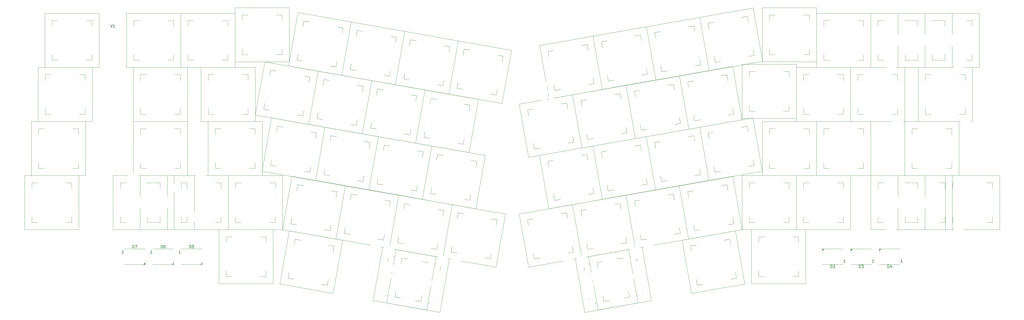
<source format=gbr>
G04 #@! TF.GenerationSoftware,KiCad,Pcbnew,(5.99.0-2612-g32a7d0025-dirty)*
G04 #@! TF.CreationDate,2020-08-10T15:08:21+02:00*
G04 #@! TF.ProjectId,BMEK_Hotswap,424d454b-5f48-46f7-9473-7761702e6b69,1*
G04 #@! TF.SameCoordinates,Original*
G04 #@! TF.FileFunction,Legend,Top*
G04 #@! TF.FilePolarity,Positive*
%FSLAX46Y46*%
G04 Gerber Fmt 4.6, Leading zero omitted, Abs format (unit mm)*
G04 Created by KiCad (PCBNEW (5.99.0-2612-g32a7d0025-dirty)) date 2020-08-10 15:08:21*
%MOMM*%
%LPD*%
G01*
G04 APERTURE LIST*
%ADD10C,0.150000*%
%ADD11C,0.120000*%
%ADD12C,0.100000*%
%ADD13C,1.750000*%
%ADD14C,3.000000*%
%ADD15C,3.987800*%
%ADD16C,4.287800*%
%ADD17C,3.348000*%
%ADD18R,1.500000X1.000000*%
%ADD19C,5.350000*%
%ADD20C,6.500000*%
%ADD21C,9.000000*%
%ADD22C,3.800000*%
%ADD23C,0.650000*%
%ADD24O,1.000000X1.600000*%
%ADD25O,1.000000X2.100000*%
G04 APERTURE END LIST*
D10*
X57721904Y-101092380D02*
X57721904Y-100092380D01*
X57960000Y-100092380D01*
X58102857Y-100140000D01*
X58198095Y-100235238D01*
X58245714Y-100330476D01*
X58293333Y-100520952D01*
X58293333Y-100663809D01*
X58245714Y-100854285D01*
X58198095Y-100949523D01*
X58102857Y-101044761D01*
X57960000Y-101092380D01*
X57721904Y-101092380D01*
X58626666Y-100092380D02*
X59293333Y-100092380D01*
X58864761Y-101092380D01*
X54595714Y-102992380D02*
X54024285Y-102992380D01*
X54310000Y-102992380D02*
X54310000Y-101992380D01*
X54214761Y-102135238D01*
X54119523Y-102230476D01*
X54024285Y-102278095D01*
X302974404Y-108092380D02*
X302974404Y-107092380D01*
X303212500Y-107092380D01*
X303355357Y-107140000D01*
X303450595Y-107235238D01*
X303498214Y-107330476D01*
X303545833Y-107520952D01*
X303545833Y-107663809D01*
X303498214Y-107854285D01*
X303450595Y-107949523D01*
X303355357Y-108044761D01*
X303212500Y-108092380D01*
X302974404Y-108092380D01*
X303926785Y-107187619D02*
X303974404Y-107140000D01*
X304069642Y-107092380D01*
X304307738Y-107092380D01*
X304402976Y-107140000D01*
X304450595Y-107187619D01*
X304498214Y-107282857D01*
X304498214Y-107378095D01*
X304450595Y-107520952D01*
X303879166Y-108092380D01*
X304498214Y-108092380D01*
X308148214Y-106192380D02*
X307576785Y-106192380D01*
X307862500Y-106192380D02*
X307862500Y-105192380D01*
X307767261Y-105335238D01*
X307672023Y-105430476D01*
X307576785Y-105478095D01*
X77721904Y-101092380D02*
X77721904Y-100092380D01*
X77960000Y-100092380D01*
X78102857Y-100140000D01*
X78198095Y-100235238D01*
X78245714Y-100330476D01*
X78293333Y-100520952D01*
X78293333Y-100663809D01*
X78245714Y-100854285D01*
X78198095Y-100949523D01*
X78102857Y-101044761D01*
X77960000Y-101092380D01*
X77721904Y-101092380D01*
X79198095Y-100092380D02*
X78721904Y-100092380D01*
X78674285Y-100568571D01*
X78721904Y-100520952D01*
X78817142Y-100473333D01*
X79055238Y-100473333D01*
X79150476Y-100520952D01*
X79198095Y-100568571D01*
X79245714Y-100663809D01*
X79245714Y-100901904D01*
X79198095Y-100997142D01*
X79150476Y-101044761D01*
X79055238Y-101092380D01*
X78817142Y-101092380D01*
X78721904Y-101044761D01*
X78674285Y-100997142D01*
X74595714Y-102992380D02*
X74024285Y-102992380D01*
X74310000Y-102992380D02*
X74310000Y-101992380D01*
X74214761Y-102135238D01*
X74119523Y-102230476D01*
X74024285Y-102278095D01*
X322974404Y-108092380D02*
X322974404Y-107092380D01*
X323212500Y-107092380D01*
X323355357Y-107140000D01*
X323450595Y-107235238D01*
X323498214Y-107330476D01*
X323545833Y-107520952D01*
X323545833Y-107663809D01*
X323498214Y-107854285D01*
X323450595Y-107949523D01*
X323355357Y-108044761D01*
X323212500Y-108092380D01*
X322974404Y-108092380D01*
X324402976Y-107425714D02*
X324402976Y-108092380D01*
X324164880Y-107044761D02*
X323926785Y-107759047D01*
X324545833Y-107759047D01*
X328148214Y-106192380D02*
X327576785Y-106192380D01*
X327862500Y-106192380D02*
X327862500Y-105192380D01*
X327767261Y-105335238D01*
X327672023Y-105430476D01*
X327576785Y-105478095D01*
X312974404Y-108092380D02*
X312974404Y-107092380D01*
X313212500Y-107092380D01*
X313355357Y-107140000D01*
X313450595Y-107235238D01*
X313498214Y-107330476D01*
X313545833Y-107520952D01*
X313545833Y-107663809D01*
X313498214Y-107854285D01*
X313450595Y-107949523D01*
X313355357Y-108044761D01*
X313212500Y-108092380D01*
X312974404Y-108092380D01*
X313879166Y-107092380D02*
X314498214Y-107092380D01*
X314164880Y-107473333D01*
X314307738Y-107473333D01*
X314402976Y-107520952D01*
X314450595Y-107568571D01*
X314498214Y-107663809D01*
X314498214Y-107901904D01*
X314450595Y-107997142D01*
X314402976Y-108044761D01*
X314307738Y-108092380D01*
X314022023Y-108092380D01*
X313926785Y-108044761D01*
X313879166Y-107997142D01*
X318148214Y-106192380D02*
X317576785Y-106192380D01*
X317862500Y-106192380D02*
X317862500Y-105192380D01*
X317767261Y-105335238D01*
X317672023Y-105430476D01*
X317576785Y-105478095D01*
X49990476Y-22388580D02*
X50323809Y-23388580D01*
X50657142Y-22388580D01*
X51514285Y-23388580D02*
X50942857Y-23388580D01*
X51228571Y-23388580D02*
X51228571Y-22388580D01*
X51133333Y-22531438D01*
X51038095Y-22626676D01*
X50942857Y-22674295D01*
X67721904Y-101092380D02*
X67721904Y-100092380D01*
X67960000Y-100092380D01*
X68102857Y-100140000D01*
X68198095Y-100235238D01*
X68245714Y-100330476D01*
X68293333Y-100520952D01*
X68293333Y-100663809D01*
X68245714Y-100854285D01*
X68198095Y-100949523D01*
X68102857Y-101044761D01*
X67960000Y-101092380D01*
X67721904Y-101092380D01*
X69150476Y-100092380D02*
X68960000Y-100092380D01*
X68864761Y-100140000D01*
X68817142Y-100187619D01*
X68721904Y-100330476D01*
X68674285Y-100520952D01*
X68674285Y-100901904D01*
X68721904Y-100997142D01*
X68769523Y-101044761D01*
X68864761Y-101092380D01*
X69055238Y-101092380D01*
X69150476Y-101044761D01*
X69198095Y-100997142D01*
X69245714Y-100901904D01*
X69245714Y-100663809D01*
X69198095Y-100568571D01*
X69150476Y-100520952D01*
X69055238Y-100473333D01*
X68864761Y-100473333D01*
X68769523Y-100520952D01*
X68721904Y-100568571D01*
X68674285Y-100663809D01*
X64595714Y-102992380D02*
X64024285Y-102992380D01*
X64310000Y-102992380D02*
X64310000Y-101992380D01*
X64214761Y-102135238D01*
X64119523Y-102230476D01*
X64024285Y-102278095D01*
D11*
X171837370Y-64184461D02*
X173838500Y-64537314D01*
X176264365Y-50779549D02*
X175911512Y-52780679D01*
X162506600Y-48353684D02*
X164507730Y-48706537D01*
X173838500Y-64537314D02*
X174191353Y-62536184D01*
X157138257Y-64171794D02*
X160446255Y-45411206D01*
X160433588Y-60110319D02*
X160080735Y-62111449D01*
X179206843Y-48719204D02*
X175898845Y-67479792D01*
X160080735Y-62111449D02*
X162081865Y-62464302D01*
X175898845Y-67479792D02*
X157138257Y-64171794D01*
X162153747Y-50354814D02*
X162506600Y-48353684D01*
X174263235Y-50426696D02*
X176264365Y-50779549D01*
X160446255Y-45411206D02*
X179206843Y-48719204D01*
X34262552Y-92075000D02*
X36294552Y-92075000D01*
X36294552Y-78105000D02*
X36294552Y-80137000D01*
X22324552Y-78105000D02*
X24356552Y-78105000D01*
X36294552Y-92075000D02*
X36294552Y-90043000D01*
X19784552Y-94615000D02*
X19784552Y-75565000D01*
X22324552Y-90043000D02*
X22324552Y-92075000D01*
X38834552Y-75565000D02*
X38834552Y-94615000D01*
X22324552Y-92075000D02*
X24356552Y-92075000D01*
X38834552Y-94615000D02*
X19784552Y-94615000D01*
X22324552Y-80137000D02*
X22324552Y-78105000D01*
X34262552Y-78105000D02*
X36294552Y-78105000D01*
X19784552Y-75565000D02*
X38834552Y-75565000D01*
X236530135Y-78918802D02*
X238531265Y-78565949D01*
X236105400Y-64808184D02*
X236458253Y-66809314D01*
X222347635Y-67234049D02*
X224348765Y-66881196D01*
X238531265Y-78565949D02*
X238178412Y-76564819D01*
X222713155Y-83934292D02*
X219405157Y-65173704D01*
X224420647Y-78990684D02*
X224773500Y-80991814D01*
X238165745Y-61865706D02*
X241473743Y-80626294D01*
X224773500Y-80991814D02*
X226774630Y-80638961D01*
X241473743Y-80626294D02*
X222713155Y-83934292D01*
X222700488Y-69235179D02*
X222347635Y-67234049D01*
X234104270Y-65161037D02*
X236105400Y-64808184D01*
X219405157Y-65173704D02*
X238165745Y-61865706D01*
X164707870Y-43583462D02*
X166709000Y-43936315D01*
X169134865Y-30178550D02*
X168782012Y-32179680D01*
X155377100Y-27752685D02*
X157378230Y-28105538D01*
X166709000Y-43936315D02*
X167061853Y-41935185D01*
X150008757Y-43570795D02*
X153316755Y-24810207D01*
X153304088Y-39509320D02*
X152951235Y-41510450D01*
X172077343Y-28118205D02*
X168769345Y-46878793D01*
X152951235Y-41510450D02*
X154952365Y-41863303D01*
X168769345Y-46878793D02*
X150008757Y-43570795D01*
X155024247Y-29753815D02*
X155377100Y-27752685D01*
X167133735Y-29825697D02*
X169134865Y-30178550D01*
X153316755Y-24810207D02*
X172077343Y-28118205D01*
X210639135Y-64140203D02*
X212640265Y-63787350D01*
X210214400Y-50029585D02*
X210567253Y-52030715D01*
X196456635Y-52455450D02*
X198457765Y-52102597D01*
X212640265Y-63787350D02*
X212287412Y-61786220D01*
X196822155Y-69155693D02*
X193514157Y-50395105D01*
X198529647Y-64212085D02*
X198882500Y-66213215D01*
X212274745Y-47087107D02*
X215582743Y-65847695D01*
X198882500Y-66213215D02*
X200883630Y-65860362D01*
X215582743Y-65847695D02*
X196822155Y-69155693D01*
X196809488Y-54456580D02*
X196456635Y-52455450D01*
X208213270Y-50382438D02*
X210214400Y-50029585D01*
X193514157Y-50395105D02*
X212274745Y-47087107D01*
X229379735Y-99523502D02*
X231380865Y-99170649D01*
X228955000Y-85412884D02*
X229307853Y-87414014D01*
X215197235Y-87838749D02*
X217198365Y-87485896D01*
X231380865Y-99170649D02*
X231028012Y-97169519D01*
X215562755Y-104538992D02*
X212254757Y-85778404D01*
X217270247Y-99595384D02*
X217623100Y-101596514D01*
X231015345Y-82470406D02*
X234323343Y-101230994D01*
X217623100Y-101596514D02*
X219624230Y-101243661D01*
X234323343Y-101230994D02*
X215562755Y-104538992D01*
X215550088Y-89839879D02*
X215197235Y-87838749D01*
X226953870Y-85765737D02*
X228955000Y-85412884D01*
X212254757Y-85778404D02*
X231015345Y-82470406D01*
X124117320Y-113801762D02*
X126118450Y-114154615D01*
X128544315Y-100396850D02*
X128191462Y-102397980D01*
X114786550Y-97970985D02*
X116787680Y-98323838D01*
X126118450Y-114154615D02*
X126471303Y-112153485D01*
X109418207Y-113789095D02*
X112726205Y-95028507D01*
X112713538Y-109727620D02*
X112360685Y-111728750D01*
X131486793Y-98336505D02*
X128178795Y-117097093D01*
X112360685Y-111728750D02*
X114361815Y-112081603D01*
X128178795Y-117097093D02*
X109418207Y-113789095D01*
X114433697Y-99972115D02*
X114786550Y-97970985D01*
X126543185Y-100043997D02*
X128544315Y-100396850D01*
X112726205Y-95028507D02*
X131486793Y-98336505D01*
X143840870Y-97935662D02*
X145842000Y-98288515D01*
X148267865Y-84530750D02*
X147915012Y-86531880D01*
X134510100Y-82104885D02*
X136511230Y-82457738D01*
X145842000Y-98288515D02*
X146194853Y-96287385D01*
X129141757Y-97922995D02*
X132449755Y-79162407D01*
X132437088Y-93861520D02*
X132084235Y-95862650D01*
X151210343Y-82470405D02*
X147902345Y-101230993D01*
X132084235Y-95862650D02*
X134085365Y-96215503D01*
X147902345Y-101230993D02*
X129141757Y-97922995D01*
X134157247Y-84106015D02*
X134510100Y-82104885D01*
X146266735Y-84177897D02*
X148267865Y-84530750D01*
X132449755Y-79162407D02*
X151210343Y-82470405D01*
X293466050Y-32984800D02*
X295498050Y-32984800D01*
X295498050Y-19014800D02*
X295498050Y-21046800D01*
X281528050Y-19014800D02*
X283560050Y-19014800D01*
X295498050Y-32984800D02*
X295498050Y-30952800D01*
X278988050Y-35524800D02*
X278988050Y-16474800D01*
X281528050Y-30952800D02*
X281528050Y-32984800D01*
X298038050Y-16474800D02*
X298038050Y-35524800D01*
X281528050Y-32984800D02*
X283560050Y-32984800D01*
X298038050Y-35524800D02*
X278988050Y-35524800D01*
X281528050Y-21046800D02*
X281528050Y-19014800D01*
X293466050Y-19014800D02*
X295498050Y-19014800D01*
X278988050Y-16474800D02*
X298038050Y-16474800D01*
X350616051Y-34925000D02*
X352648051Y-34925000D01*
X352648051Y-20955000D02*
X352648051Y-22987000D01*
X338678051Y-20955000D02*
X340710051Y-20955000D01*
X352648051Y-34925000D02*
X352648051Y-32893000D01*
X336138051Y-37465000D02*
X336138051Y-18415000D01*
X338678051Y-32893000D02*
X338678051Y-34925000D01*
X355188051Y-18415000D02*
X355188051Y-37465000D01*
X338678051Y-34925000D02*
X340710051Y-34925000D01*
X355188051Y-37465000D02*
X336138051Y-37465000D01*
X338678051Y-22987000D02*
X338678051Y-20955000D01*
X350616051Y-20955000D02*
X352648051Y-20955000D01*
X336138051Y-18415000D02*
X355188051Y-18415000D01*
X331566250Y-92075000D02*
X333598250Y-92075000D01*
X333598250Y-78105000D02*
X333598250Y-80137000D01*
X319628250Y-78105000D02*
X321660250Y-78105000D01*
X333598250Y-92075000D02*
X333598250Y-90043000D01*
X317088250Y-94615000D02*
X317088250Y-75565000D01*
X319628250Y-90043000D02*
X319628250Y-92075000D01*
X336138250Y-75565000D02*
X336138250Y-94615000D01*
X319628250Y-92075000D02*
X321660250Y-92075000D01*
X336138250Y-94615000D02*
X317088250Y-94615000D01*
X319628250Y-80137000D02*
X319628250Y-78105000D01*
X331566250Y-78105000D02*
X333598250Y-78105000D01*
X317088250Y-75565000D02*
X336138250Y-75565000D01*
X267863785Y-112081602D02*
X269864915Y-111728749D01*
X267439050Y-97970984D02*
X267791903Y-99972114D01*
X253681285Y-100396849D02*
X255682415Y-100043996D01*
X269864915Y-111728749D02*
X269512062Y-109727619D01*
X254046805Y-117097092D02*
X250738807Y-98336504D01*
X255754297Y-112153484D02*
X256107150Y-114154614D01*
X269499395Y-95028506D02*
X272807393Y-113789094D01*
X256107150Y-114154614D02*
X258108280Y-113801761D01*
X272807393Y-113789094D02*
X254046805Y-117097092D01*
X254034138Y-102397979D02*
X253681285Y-100396849D01*
X265437920Y-98323837D02*
X267439050Y-97970984D01*
X250738807Y-98336504D02*
X269499395Y-95028506D01*
X125080270Y-94627662D02*
X127081400Y-94980515D01*
X129507265Y-81222750D02*
X129154412Y-83223880D01*
X115749500Y-78796885D02*
X117750630Y-79149738D01*
X127081400Y-94980515D02*
X127434253Y-92979385D01*
X110381157Y-94614995D02*
X113689155Y-75854407D01*
X113676488Y-90553520D02*
X113323635Y-92554650D01*
X132449743Y-79162405D02*
X129141745Y-97922993D01*
X113323635Y-92554650D02*
X115324765Y-92907503D01*
X129141745Y-97922993D02*
X110381157Y-94614995D01*
X115396647Y-80798015D02*
X115749500Y-78796885D01*
X127506135Y-80869897D02*
X129507265Y-81222750D01*
X113689155Y-75854407D02*
X132449743Y-79162405D01*
X236574835Y-40223103D02*
X238575965Y-39870250D01*
X236150100Y-26112485D02*
X236502953Y-28113615D01*
X222392335Y-28538350D02*
X224393465Y-28185497D01*
X238575965Y-39870250D02*
X238223112Y-37869120D01*
X222757855Y-45238593D02*
X219449857Y-26478005D01*
X224465347Y-40294985D02*
X224818200Y-42296115D01*
X238210445Y-23170007D02*
X241518443Y-41930595D01*
X224818200Y-42296115D02*
X226819330Y-41943262D01*
X241518443Y-41930595D02*
X222757855Y-45238593D01*
X222745188Y-30539480D02*
X222392335Y-28538350D01*
X234148970Y-26465338D02*
X236150100Y-26112485D01*
X219449857Y-26478005D02*
X238210445Y-23170007D01*
X312516051Y-34925000D02*
X314548051Y-34925000D01*
X314548051Y-20955000D02*
X314548051Y-22987000D01*
X300578051Y-20955000D02*
X302610051Y-20955000D01*
X314548051Y-34925000D02*
X314548051Y-32893000D01*
X298038051Y-37465000D02*
X298038051Y-18415000D01*
X300578051Y-32893000D02*
X300578051Y-34925000D01*
X317088051Y-18415000D02*
X317088051Y-37465000D01*
X300578051Y-34925000D02*
X302610051Y-34925000D01*
X317088051Y-37465000D02*
X298038051Y-37465000D01*
X300578051Y-22987000D02*
X300578051Y-20955000D01*
X312516051Y-20955000D02*
X314548051Y-20955000D01*
X298038051Y-18415000D02*
X317088051Y-18415000D01*
X286322450Y-92074999D02*
X288354450Y-92074999D01*
X288354450Y-78104999D02*
X288354450Y-80136999D01*
X274384450Y-78104999D02*
X276416450Y-78104999D01*
X288354450Y-92074999D02*
X288354450Y-90042999D01*
X271844450Y-94614999D02*
X271844450Y-75564999D01*
X274384450Y-90042999D02*
X274384450Y-92074999D01*
X290894450Y-75564999D02*
X290894450Y-94614999D01*
X274384450Y-92074999D02*
X276416450Y-92074999D01*
X290894450Y-94614999D02*
X271844450Y-94614999D01*
X274384450Y-80136999D02*
X274384450Y-78104999D01*
X286322450Y-78104999D02*
X288354450Y-78104999D01*
X271844450Y-75564999D02*
X290894450Y-75564999D01*
X255335436Y-36915102D02*
X257336566Y-36562249D01*
X254910701Y-22804484D02*
X255263554Y-24805614D01*
X241152936Y-25230349D02*
X243154066Y-24877496D01*
X257336566Y-36562249D02*
X256983713Y-34561119D01*
X241518456Y-41930592D02*
X238210458Y-23170004D01*
X243225948Y-36986984D02*
X243578801Y-38988114D01*
X256971046Y-19862006D02*
X260279044Y-38622594D01*
X243578801Y-38988114D02*
X245579931Y-38635261D01*
X260279044Y-38622594D02*
X241518456Y-41930592D01*
X241505789Y-27231479D02*
X241152936Y-25230349D01*
X252909571Y-23157337D02*
X254910701Y-22804484D01*
X238210458Y-23170004D02*
X256971046Y-19862006D01*
X217769535Y-82226803D02*
X219770665Y-81873950D01*
X217344800Y-68116185D02*
X217697653Y-70117315D01*
X203587035Y-70542050D02*
X205588165Y-70189197D01*
X219770665Y-81873950D02*
X219417812Y-79872820D01*
X203952555Y-87242293D02*
X200644557Y-68481705D01*
X205660047Y-82298685D02*
X206012900Y-84299815D01*
X219405145Y-65173707D02*
X222713143Y-83934295D01*
X206012900Y-84299815D02*
X208014030Y-83946962D01*
X222713143Y-83934295D02*
X203952555Y-87242293D01*
X203939888Y-72543180D02*
X203587035Y-70542050D01*
X215343670Y-68469038D02*
X217344800Y-68116185D01*
X200644557Y-68481705D02*
X219405145Y-65173707D01*
X312516150Y-73025000D02*
X314548150Y-73025000D01*
X314548150Y-59055000D02*
X314548150Y-61087000D01*
X300578150Y-59055000D02*
X302610150Y-59055000D01*
X314548150Y-73025000D02*
X314548150Y-70993000D01*
X298038150Y-75565000D02*
X298038150Y-56515000D01*
X300578150Y-70993000D02*
X300578150Y-73025000D01*
X317088150Y-56515000D02*
X317088150Y-75565000D01*
X300578150Y-73025000D02*
X302610150Y-73025000D01*
X317088150Y-75565000D02*
X298038150Y-75565000D01*
X300578150Y-61087000D02*
X300578150Y-59055000D01*
X312516150Y-59055000D02*
X314548150Y-59055000D01*
X298038150Y-56515000D02*
X317088150Y-56515000D01*
X210619135Y-102831503D02*
X212620265Y-102478650D01*
X210194400Y-88720885D02*
X210547253Y-90722015D01*
X196436635Y-91146750D02*
X198437765Y-90793897D01*
X212620265Y-102478650D02*
X212267412Y-100477520D01*
X196802155Y-107846993D02*
X193494157Y-89086405D01*
X198509647Y-102903385D02*
X198862500Y-104904515D01*
X212254745Y-85778407D02*
X215562743Y-104538995D01*
X198862500Y-104904515D02*
X200863630Y-104551662D01*
X215562743Y-104538995D02*
X196802155Y-107846993D01*
X196789488Y-93147880D02*
X196436635Y-91146750D01*
X208193270Y-89073738D02*
X210194400Y-88720885D01*
X193494157Y-89086405D02*
X212254745Y-85778407D01*
X286322350Y-52914500D02*
X288354350Y-52914500D01*
X288354350Y-38944500D02*
X288354350Y-40976500D01*
X274384350Y-38944500D02*
X276416350Y-38944500D01*
X288354350Y-52914500D02*
X288354350Y-50882500D01*
X271844350Y-55454500D02*
X271844350Y-36404500D01*
X274384350Y-50882500D02*
X274384350Y-52914500D01*
X290894350Y-36404500D02*
X290894350Y-55454500D01*
X274384350Y-52914500D02*
X276416350Y-52914500D01*
X290894350Y-55454500D02*
X271844350Y-55454500D01*
X274384350Y-40976500D02*
X274384350Y-38944500D01*
X286322350Y-38944500D02*
X288354350Y-38944500D01*
X271844350Y-36404500D02*
X290894350Y-36404500D01*
X343472401Y-73025000D02*
X345504401Y-73025000D01*
X345504401Y-59055000D02*
X345504401Y-61087000D01*
X331534401Y-59055000D02*
X333566401Y-59055000D01*
X345504401Y-73025000D02*
X345504401Y-70993000D01*
X328994401Y-75565000D02*
X328994401Y-56515000D01*
X331534401Y-70993000D02*
X331534401Y-73025000D01*
X348044401Y-56515000D02*
X348044401Y-75565000D01*
X331534401Y-73025000D02*
X333566401Y-73025000D01*
X348044401Y-75565000D02*
X328994401Y-75565000D01*
X331534401Y-61087000D02*
X331534401Y-59055000D01*
X343472401Y-59055000D02*
X345504401Y-59055000D01*
X328994401Y-56515000D02*
X348044401Y-56515000D01*
X305372450Y-92075000D02*
X307404450Y-92075000D01*
X307404450Y-78105000D02*
X307404450Y-80137000D01*
X293434450Y-78105000D02*
X295466450Y-78105000D01*
X307404450Y-92075000D02*
X307404450Y-90043000D01*
X290894450Y-94615000D02*
X290894450Y-75565000D01*
X293434450Y-90043000D02*
X293434450Y-92075000D01*
X309944450Y-75565000D02*
X309944450Y-94615000D01*
X293434450Y-92075000D02*
X295466450Y-92075000D01*
X309944450Y-94615000D02*
X290894450Y-94615000D01*
X293434450Y-80137000D02*
X293434450Y-78105000D01*
X305372450Y-78105000D02*
X307404450Y-78105000D01*
X290894450Y-75565000D02*
X309944450Y-75565000D01*
X289630450Y-111125000D02*
X291662450Y-111125000D01*
X291662450Y-97155000D02*
X291662450Y-99187000D01*
X277692450Y-97155000D02*
X279724450Y-97155000D01*
X291662450Y-111125000D02*
X291662450Y-109093000D01*
X275152450Y-113665000D02*
X275152450Y-94615000D01*
X277692450Y-109093000D02*
X277692450Y-111125000D01*
X294202450Y-94615000D02*
X294202450Y-113665000D01*
X277692450Y-111125000D02*
X279724450Y-111125000D01*
X294202450Y-113665000D02*
X275152450Y-113665000D01*
X277692450Y-99187000D02*
X277692450Y-97155000D01*
X289630450Y-97155000D02*
X291662450Y-97155000D01*
X275152450Y-94615000D02*
X294202450Y-94615000D01*
X229399736Y-60832203D02*
X231400866Y-60479350D01*
X228975001Y-46721585D02*
X229327854Y-48722715D01*
X215217236Y-49147450D02*
X217218366Y-48794597D01*
X231400866Y-60479350D02*
X231048013Y-58478220D01*
X215582756Y-65847693D02*
X212274758Y-47087105D01*
X217290248Y-60904085D02*
X217643101Y-62905215D01*
X231035346Y-43779107D02*
X234343344Y-62539695D01*
X217643101Y-62905215D02*
X219644231Y-62552362D01*
X234343344Y-62539695D02*
X215582756Y-65847693D01*
X215570089Y-51148580D02*
X215217236Y-49147450D01*
X226973871Y-47074438D02*
X228975001Y-46721585D01*
X212274758Y-47087105D02*
X231035346Y-43779107D01*
X96284250Y-53975000D02*
X98316250Y-53975000D01*
X98316250Y-40005000D02*
X98316250Y-42037000D01*
X84346250Y-40005000D02*
X86378250Y-40005000D01*
X98316250Y-53975000D02*
X98316250Y-51943000D01*
X81806250Y-56515000D02*
X81806250Y-37465000D01*
X84346250Y-51943000D02*
X84346250Y-53975000D01*
X100856250Y-37465000D02*
X100856250Y-56515000D01*
X84346250Y-53975000D02*
X86378250Y-53975000D01*
X100856250Y-56515000D02*
X81806250Y-56515000D01*
X84346250Y-42037000D02*
X84346250Y-40005000D01*
X96284250Y-40005000D02*
X98316250Y-40005000D01*
X81806250Y-37465000D02*
X100856250Y-37465000D01*
X266920936Y-54216202D02*
X268922066Y-53863349D01*
X266496201Y-40105584D02*
X266849054Y-42106714D01*
X252738436Y-42531449D02*
X254739566Y-42178596D01*
X268922066Y-53863349D02*
X268569213Y-51862219D01*
X253103956Y-59231692D02*
X249795958Y-40471104D01*
X254811448Y-54288084D02*
X255164301Y-56289214D01*
X268556546Y-37163106D02*
X271864544Y-55923694D01*
X255164301Y-56289214D02*
X257165431Y-55936361D01*
X271864544Y-55923694D02*
X253103956Y-59231692D01*
X253091289Y-44532579D02*
X252738436Y-42531449D01*
X264495071Y-40458437D02*
X266496201Y-40105584D01*
X249795958Y-40471104D02*
X268556546Y-37163106D01*
X274096035Y-33607104D02*
X276097165Y-33254251D01*
X273671300Y-19496486D02*
X274024153Y-21497616D01*
X259913535Y-21922351D02*
X261914665Y-21569498D01*
X276097165Y-33254251D02*
X275744312Y-31253121D01*
X260279055Y-38622594D02*
X256971057Y-19862006D01*
X261986547Y-33678986D02*
X262339400Y-35680116D01*
X275731645Y-16554008D02*
X279039643Y-35314596D01*
X262339400Y-35680116D02*
X264340530Y-35327263D01*
X279039643Y-35314596D02*
X260279055Y-38622594D01*
X260266388Y-23923481D02*
X259913535Y-21922351D01*
X271670170Y-19849339D02*
X273671300Y-19496486D01*
X256971057Y-19862006D02*
X275731645Y-16554008D01*
X74852900Y-92075000D02*
X76884900Y-92075000D01*
X76884900Y-78105000D02*
X76884900Y-80137000D01*
X62914900Y-78105000D02*
X64946900Y-78105000D01*
X76884900Y-92075000D02*
X76884900Y-90043000D01*
X60374900Y-94615000D02*
X60374900Y-75565000D01*
X62914900Y-90043000D02*
X62914900Y-92075000D01*
X79424900Y-75565000D02*
X79424900Y-94615000D01*
X62914900Y-92075000D02*
X64946900Y-92075000D01*
X79424900Y-94615000D02*
X60374900Y-94615000D01*
X62914900Y-80137000D02*
X62914900Y-78105000D01*
X74852900Y-78105000D02*
X76884900Y-78105000D01*
X60374900Y-75565000D02*
X79424900Y-75565000D01*
X36643852Y-73025000D02*
X38675852Y-73025000D01*
X38675852Y-59055000D02*
X38675852Y-61087000D01*
X24705852Y-59055000D02*
X26737852Y-59055000D01*
X38675852Y-73025000D02*
X38675852Y-70993000D01*
X22165852Y-75565000D02*
X22165852Y-56515000D01*
X24705852Y-70993000D02*
X24705852Y-73025000D01*
X41215852Y-56515000D02*
X41215852Y-75565000D01*
X24705852Y-73025000D02*
X26737852Y-73025000D01*
X41215852Y-75565000D02*
X22165852Y-75565000D01*
X24705852Y-61087000D02*
X24705852Y-59055000D01*
X36643852Y-59055000D02*
X38675852Y-59055000D01*
X22165852Y-56515000D02*
X41215852Y-56515000D01*
X62110000Y-106890000D02*
X62110000Y-105740000D01*
X54810000Y-106890000D02*
X62110000Y-106890000D01*
X54810000Y-101390000D02*
X62110000Y-101390000D01*
G36*
X62092200Y-106883200D02*
G01*
X61482600Y-106883200D01*
X62092200Y-106273600D01*
X62092200Y-106883200D01*
G37*
D12*
X62092200Y-106883200D02*
X61482600Y-106883200D01*
X62092200Y-106273600D01*
X62092200Y-106883200D01*
D11*
X39025152Y-53975000D02*
X41057152Y-53975000D01*
X41057152Y-40005000D02*
X41057152Y-42037000D01*
X27087152Y-40005000D02*
X29119152Y-40005000D01*
X41057152Y-53975000D02*
X41057152Y-51943000D01*
X24547152Y-56515000D02*
X24547152Y-37465000D01*
X27087152Y-51943000D02*
X27087152Y-53975000D01*
X43597152Y-37465000D02*
X43597152Y-56515000D01*
X27087152Y-53975000D02*
X29119152Y-53975000D01*
X43597152Y-56515000D02*
X24547152Y-56515000D01*
X27087152Y-42037000D02*
X27087152Y-40005000D01*
X39025152Y-40005000D02*
X41057152Y-40005000D01*
X24547152Y-37465000D02*
X43597152Y-37465000D01*
X248140335Y-96215502D02*
X250141465Y-95862649D01*
X247715600Y-82104884D02*
X248068453Y-84106014D01*
X233957835Y-84530749D02*
X235958965Y-84177896D01*
X250141465Y-95862649D02*
X249788612Y-93861519D01*
X234323355Y-101230992D02*
X231015357Y-82470404D01*
X236030847Y-96287384D02*
X236383700Y-98288514D01*
X249775945Y-79162406D02*
X253083943Y-97922994D01*
X236383700Y-98288514D02*
X238384830Y-97935661D01*
X253083943Y-97922994D02*
X234323355Y-101230992D01*
X234310688Y-86531879D02*
X233957835Y-84530749D01*
X245714470Y-82457737D02*
X247715600Y-82104884D01*
X231015357Y-82470404D02*
X249775945Y-79162406D01*
X324422350Y-53975000D02*
X326454350Y-53975000D01*
X326454350Y-40005000D02*
X326454350Y-42037000D01*
X312484350Y-40005000D02*
X314516350Y-40005000D01*
X326454350Y-53975000D02*
X326454350Y-51943000D01*
X309944350Y-56515000D02*
X309944350Y-37465000D01*
X312484350Y-51943000D02*
X312484350Y-53975000D01*
X328994350Y-37465000D02*
X328994350Y-56515000D01*
X312484350Y-53975000D02*
X314516350Y-53975000D01*
X328994350Y-56515000D02*
X309944350Y-56515000D01*
X312484350Y-42037000D02*
X312484350Y-40005000D01*
X324422350Y-40005000D02*
X326454350Y-40005000D01*
X309944350Y-37465000D02*
X328994350Y-37465000D01*
X341091200Y-92075000D02*
X343123200Y-92075000D01*
X343123200Y-78105000D02*
X343123200Y-80137000D01*
X329153200Y-78105000D02*
X331185200Y-78105000D01*
X343123200Y-92075000D02*
X343123200Y-90043000D01*
X326613200Y-94615000D02*
X326613200Y-75565000D01*
X329153200Y-90043000D02*
X329153200Y-92075000D01*
X345663200Y-75565000D02*
X345663200Y-94615000D01*
X329153200Y-92075000D02*
X331185200Y-92075000D01*
X345663200Y-94615000D02*
X326613200Y-94615000D01*
X329153200Y-80137000D02*
X329153200Y-78105000D01*
X341091200Y-78105000D02*
X343123200Y-78105000D01*
X326613200Y-75565000D02*
X345663200Y-75565000D01*
X98665450Y-73025000D02*
X100697450Y-73025000D01*
X100697450Y-59055000D02*
X100697450Y-61087000D01*
X86727450Y-59055000D02*
X88759450Y-59055000D01*
X100697450Y-73025000D02*
X100697450Y-70993000D01*
X84187450Y-75565000D02*
X84187450Y-56515000D01*
X86727450Y-70993000D02*
X86727450Y-73025000D01*
X103237450Y-56515000D02*
X103237450Y-75565000D01*
X86727450Y-73025000D02*
X88759450Y-73025000D01*
X103237450Y-75565000D02*
X84187450Y-75565000D01*
X86727450Y-61087000D02*
X86727450Y-59055000D01*
X98665450Y-59055000D02*
X100697450Y-59055000D01*
X84187450Y-56515000D02*
X103237450Y-56515000D01*
X105809150Y-92075000D02*
X107841150Y-92075000D01*
X107841150Y-78105000D02*
X107841150Y-80137000D01*
X93871150Y-78105000D02*
X95903150Y-78105000D01*
X107841150Y-92075000D02*
X107841150Y-90043000D01*
X91331150Y-94615000D02*
X91331150Y-75565000D01*
X93871150Y-90043000D02*
X93871150Y-92075000D01*
X110381150Y-75565000D02*
X110381150Y-94615000D01*
X93871150Y-92075000D02*
X95903150Y-92075000D01*
X110381150Y-94615000D02*
X91331150Y-94615000D01*
X93871150Y-80137000D02*
X93871150Y-78105000D01*
X105809150Y-78105000D02*
X107841150Y-78105000D01*
X91331150Y-75565000D02*
X110381150Y-75565000D01*
X300062500Y-101390000D02*
X300062500Y-102540000D01*
X307362500Y-101390000D02*
X300062500Y-101390000D01*
X307362500Y-106890000D02*
X300062500Y-106890000D01*
G36*
X300080300Y-102006400D02*
G01*
X300080300Y-101396800D01*
X300689900Y-101396800D01*
X300080300Y-102006400D01*
G37*
D12*
X300080300Y-102006400D02*
X300080300Y-101396800D01*
X300689900Y-101396800D01*
X300080300Y-102006400D01*
D11*
X102501150Y-111125000D02*
X104533150Y-111125000D01*
X104533150Y-97155000D02*
X104533150Y-99187000D01*
X90563150Y-97155000D02*
X92595150Y-97155000D01*
X104533150Y-111125000D02*
X104533150Y-109093000D01*
X88023150Y-113665000D02*
X88023150Y-94615000D01*
X90563150Y-109093000D02*
X90563150Y-111125000D01*
X107073150Y-94615000D02*
X107073150Y-113665000D01*
X90563150Y-111125000D02*
X92595150Y-111125000D01*
X107073150Y-113665000D02*
X88023150Y-113665000D01*
X90563150Y-99187000D02*
X90563150Y-97155000D01*
X102501150Y-97155000D02*
X104533150Y-97155000D01*
X88023150Y-94615000D02*
X107073150Y-94615000D01*
X305372350Y-53975000D02*
X307404350Y-53975000D01*
X307404350Y-40005000D02*
X307404350Y-42037000D01*
X293434350Y-40005000D02*
X295466350Y-40005000D01*
X307404350Y-53975000D02*
X307404350Y-51943000D01*
X290894350Y-56515000D02*
X290894350Y-37465000D01*
X293434350Y-51943000D02*
X293434350Y-53975000D01*
X309944350Y-37465000D02*
X309944350Y-56515000D01*
X293434350Y-53975000D02*
X295466350Y-53975000D01*
X309944350Y-56515000D02*
X290894350Y-56515000D01*
X293434350Y-42037000D02*
X293434350Y-40005000D01*
X305372350Y-40005000D02*
X307404350Y-40005000D01*
X290894350Y-37465000D02*
X309944350Y-37465000D01*
X255290735Y-75610803D02*
X257291865Y-75257950D01*
X254866000Y-61500185D02*
X255218853Y-63501315D01*
X241108235Y-63926050D02*
X243109365Y-63573197D01*
X257291865Y-75257950D02*
X256939012Y-73256820D01*
X241473755Y-80626293D02*
X238165757Y-61865705D01*
X243181247Y-75682685D02*
X243534100Y-77683815D01*
X256926345Y-58557707D02*
X260234343Y-77318295D01*
X243534100Y-77683815D02*
X245535230Y-77330962D01*
X260234343Y-77318295D02*
X241473755Y-80626293D01*
X241461088Y-65927180D02*
X241108235Y-63926050D01*
X252864870Y-61853038D02*
X254866000Y-61500185D01*
X238165757Y-61865705D02*
X256926345Y-58557707D01*
X82110000Y-106890000D02*
X82110000Y-105740000D01*
X74810000Y-106890000D02*
X82110000Y-106890000D01*
X74810000Y-101390000D02*
X82110000Y-101390000D01*
G36*
X82092200Y-106883200D02*
G01*
X81482600Y-106883200D01*
X82092200Y-106273600D01*
X82092200Y-106883200D01*
G37*
D12*
X82092200Y-106883200D02*
X81482600Y-106883200D01*
X82092200Y-106273600D01*
X82092200Y-106883200D01*
D11*
X320062500Y-101390000D02*
X320062500Y-102540000D01*
X327362500Y-101390000D02*
X320062500Y-101390000D01*
X327362500Y-106890000D02*
X320062500Y-106890000D01*
G36*
X320080300Y-102006400D02*
G01*
X320080300Y-101396800D01*
X320689900Y-101396800D01*
X320080300Y-102006400D01*
G37*
D12*
X320080300Y-102006400D02*
X320080300Y-101396800D01*
X320689900Y-101396800D01*
X320080300Y-102006400D01*
D11*
X331566051Y-34925000D02*
X333598051Y-34925000D01*
X333598051Y-20955000D02*
X333598051Y-22987000D01*
X319628051Y-20955000D02*
X321660051Y-20955000D01*
X333598051Y-34925000D02*
X333598051Y-32893000D01*
X317088051Y-37465000D02*
X317088051Y-18415000D01*
X319628051Y-32893000D02*
X319628051Y-34925000D01*
X336138051Y-18415000D02*
X336138051Y-37465000D01*
X319628051Y-34925000D02*
X321660051Y-34925000D01*
X336138051Y-37465000D02*
X317088051Y-37465000D01*
X319628051Y-22987000D02*
X319628051Y-20955000D01*
X331566051Y-20955000D02*
X333598051Y-20955000D01*
X317088051Y-18415000D02*
X336138051Y-18415000D01*
X181362070Y-104551662D02*
X183363200Y-104904515D01*
X185789065Y-91146750D02*
X185436212Y-93147880D01*
X172031300Y-88720885D02*
X174032430Y-89073738D01*
X183363200Y-104904515D02*
X183716053Y-102903385D01*
X166662957Y-104538995D02*
X169970955Y-85778407D01*
X169958288Y-100477520D02*
X169605435Y-102478650D01*
X188731543Y-89086405D02*
X185423545Y-107846993D01*
X169605435Y-102478650D02*
X171606565Y-102831503D01*
X185423545Y-107846993D02*
X166662957Y-104538995D01*
X171678447Y-90722015D02*
X172031300Y-88720885D01*
X183787935Y-90793897D02*
X185789065Y-91146750D01*
X169970955Y-85778407D02*
X188731543Y-89086405D01*
X341091051Y-34925000D02*
X343123051Y-34925000D01*
X343123051Y-20955000D02*
X343123051Y-22987000D01*
X329153051Y-20955000D02*
X331185051Y-20955000D01*
X343123051Y-34925000D02*
X343123051Y-32893000D01*
X326613051Y-37465000D02*
X326613051Y-18415000D01*
X329153051Y-32893000D02*
X329153051Y-34925000D01*
X345663051Y-18415000D02*
X345663051Y-37465000D01*
X329153051Y-34925000D02*
X331185051Y-34925000D01*
X345663051Y-37465000D02*
X326613051Y-37465000D01*
X329153051Y-22987000D02*
X329153051Y-20955000D01*
X341091051Y-20955000D02*
X343123051Y-20955000D01*
X326613051Y-18415000D02*
X345663051Y-18415000D01*
X70090551Y-34925000D02*
X72122551Y-34925000D01*
X72122551Y-20955000D02*
X72122551Y-22987000D01*
X58152551Y-20955000D02*
X60184551Y-20955000D01*
X72122551Y-34925000D02*
X72122551Y-32893000D01*
X55612551Y-37465000D02*
X55612551Y-18415000D01*
X58152551Y-32893000D02*
X58152551Y-34925000D01*
X74662551Y-18415000D02*
X74662551Y-37465000D01*
X58152551Y-34925000D02*
X60184551Y-34925000D01*
X74662551Y-37465000D02*
X55612551Y-37465000D01*
X58152551Y-22987000D02*
X58152551Y-20955000D01*
X70090551Y-20955000D02*
X72122551Y-20955000D01*
X55612551Y-18415000D02*
X74662551Y-18415000D01*
X161638571Y-120417762D02*
X163639701Y-120770615D01*
X166065566Y-107012850D02*
X165712713Y-109013980D01*
X152307801Y-104586985D02*
X154308931Y-104939838D01*
X163639701Y-120770615D02*
X163992554Y-118769485D01*
X146939458Y-120405095D02*
X150247456Y-101644507D01*
X150234789Y-116343620D02*
X149881936Y-118344750D01*
X169008044Y-104952505D02*
X165700046Y-123713093D01*
X149881936Y-118344750D02*
X151883066Y-118697603D01*
X165700046Y-123713093D02*
X146939458Y-120405095D01*
X151954948Y-106588115D02*
X152307801Y-104586985D01*
X164064436Y-106659997D02*
X166065566Y-107012850D01*
X150247456Y-101644507D02*
X169008044Y-104952505D01*
X357759950Y-92075000D02*
X359791950Y-92075000D01*
X359791950Y-78105000D02*
X359791950Y-80137000D01*
X345821950Y-78105000D02*
X347853950Y-78105000D01*
X359791950Y-92075000D02*
X359791950Y-90043000D01*
X343281950Y-94615000D02*
X343281950Y-75565000D01*
X345821950Y-90043000D02*
X345821950Y-92075000D01*
X362331950Y-75565000D02*
X362331950Y-94615000D01*
X345821950Y-92075000D02*
X347853950Y-92075000D01*
X362331950Y-94615000D02*
X343281950Y-94615000D01*
X345821950Y-80137000D02*
X345821950Y-78105000D01*
X357759950Y-78105000D02*
X359791950Y-78105000D01*
X343281950Y-75565000D02*
X362331950Y-75565000D01*
X134316170Y-57568462D02*
X136317300Y-57921315D01*
X138743165Y-44163550D02*
X138390312Y-46164680D01*
X124985400Y-41737685D02*
X126986530Y-42090538D01*
X136317300Y-57921315D02*
X136670153Y-55920185D01*
X119617057Y-57555795D02*
X122925055Y-38795207D01*
X122912388Y-53494320D02*
X122559535Y-55495450D01*
X141685643Y-42103205D02*
X138377645Y-60863793D01*
X122559535Y-55495450D02*
X124560665Y-55848303D01*
X138377645Y-60863793D02*
X119617057Y-57555795D01*
X124632547Y-43738815D02*
X124985400Y-41737685D01*
X136742035Y-43810697D02*
X138743165Y-44163550D01*
X122925055Y-38795207D02*
X141685643Y-42103205D01*
X136672370Y-77327762D02*
X138673500Y-77680615D01*
X141099365Y-63922850D02*
X140746512Y-65923980D01*
X127341600Y-61496985D02*
X129342730Y-61849838D01*
X138673500Y-77680615D02*
X139026353Y-75679485D01*
X121973257Y-77315095D02*
X125281255Y-58554507D01*
X125268588Y-73253620D02*
X124915735Y-75254750D01*
X144041843Y-61862505D02*
X140733845Y-80623093D01*
X124915735Y-75254750D02*
X126916865Y-75607603D01*
X140733845Y-80623093D02*
X121973257Y-77315095D01*
X126988747Y-63498115D02*
X127341600Y-61496985D01*
X139098235Y-63569997D02*
X141099365Y-63922850D01*
X125281255Y-58554507D02*
X144041843Y-61862505D01*
X153076770Y-60876462D02*
X155077900Y-61229315D01*
X157503765Y-47471550D02*
X157150912Y-49472680D01*
X143746000Y-45045685D02*
X145747130Y-45398538D01*
X155077900Y-61229315D02*
X155430753Y-59228185D01*
X138377657Y-60863795D02*
X141685655Y-42103207D01*
X141672988Y-56802320D02*
X141320135Y-58803450D01*
X160446243Y-45411205D02*
X157138245Y-64171793D01*
X141320135Y-58803450D02*
X143321265Y-59156303D01*
X157138245Y-64171793D02*
X138377657Y-60863795D01*
X143393147Y-47046815D02*
X143746000Y-45045685D01*
X155502635Y-47118697D02*
X157503765Y-47471550D01*
X141685655Y-42103207D02*
X160446243Y-45411205D01*
X230342686Y-118697603D02*
X232343816Y-118344750D01*
X229917951Y-104586985D02*
X230270804Y-106588115D01*
X216160186Y-107012850D02*
X218161316Y-106659997D01*
X232343816Y-118344750D02*
X231990963Y-116343620D01*
X216525706Y-123713093D02*
X213217708Y-104952505D01*
X218233198Y-118769485D02*
X218586051Y-120770615D01*
X231978296Y-101644507D02*
X235286294Y-120405095D01*
X218586051Y-120770615D02*
X220587181Y-120417762D01*
X235286294Y-120405095D02*
X216525706Y-123713093D01*
X216513039Y-109013980D02*
X216160186Y-107012850D01*
X227916821Y-104939838D02*
X229917951Y-104586985D01*
X213217708Y-104952505D02*
X231978296Y-101644507D01*
X162601470Y-101243662D02*
X164602600Y-101596515D01*
X167028465Y-87838750D02*
X166675612Y-89839880D01*
X153270700Y-85412885D02*
X155271830Y-85765738D01*
X164602600Y-101596515D02*
X164955453Y-99595385D01*
X147902357Y-101230995D02*
X151210355Y-82470407D01*
X151197688Y-97169520D02*
X150844835Y-99170650D01*
X169970943Y-85778405D02*
X166662945Y-104538993D01*
X150844835Y-99170650D02*
X152845965Y-99523503D01*
X166662945Y-104538993D02*
X147902357Y-101230995D01*
X152917847Y-87414015D02*
X153270700Y-85412885D01*
X165027335Y-87485897D02*
X167028465Y-87838750D01*
X151210355Y-82470407D02*
X169970943Y-85778405D01*
X274051335Y-72302802D02*
X276052465Y-71949949D01*
X273626600Y-58192184D02*
X273979453Y-60193314D01*
X259868835Y-60618049D02*
X261869965Y-60265196D01*
X276052465Y-71949949D02*
X275699612Y-69948819D01*
X260234355Y-77318292D02*
X256926357Y-58557704D01*
X261941847Y-72374684D02*
X262294700Y-74375814D01*
X275686945Y-55249706D02*
X278994943Y-74010294D01*
X262294700Y-74375814D02*
X264295830Y-74022961D01*
X278994943Y-74010294D02*
X260234355Y-77318292D01*
X260221688Y-62619179D02*
X259868835Y-60618049D01*
X271625470Y-58545037D02*
X273626600Y-58192184D01*
X256926357Y-58557704D02*
X275686945Y-55249706D01*
X127186671Y-36967462D02*
X129187801Y-37320315D01*
X131613666Y-23562550D02*
X131260813Y-25563680D01*
X117855901Y-21136685D02*
X119857031Y-21489538D01*
X129187801Y-37320315D02*
X129540654Y-35319185D01*
X112487558Y-36954795D02*
X115795556Y-18194207D01*
X115782889Y-32893320D02*
X115430036Y-34894450D01*
X134556144Y-21502205D02*
X131248146Y-40262793D01*
X115430036Y-34894450D02*
X117431166Y-35247303D01*
X131248146Y-40262793D02*
X112487558Y-36954795D01*
X117503048Y-23137815D02*
X117855901Y-21136685D01*
X129612536Y-23209697D02*
X131613666Y-23562550D01*
X115795556Y-18194207D02*
X134556144Y-21502205D01*
X310062500Y-101390000D02*
X310062500Y-102540000D01*
X317362500Y-101390000D02*
X310062500Y-101390000D01*
X317362500Y-106890000D02*
X310062500Y-106890000D01*
G36*
X310080300Y-102006400D02*
G01*
X310080300Y-101396800D01*
X310689900Y-101396800D01*
X310080300Y-102006400D01*
G37*
D12*
X310080300Y-102006400D02*
X310080300Y-101396800D01*
X310689900Y-101396800D01*
X310080300Y-102006400D01*
D11*
X156948424Y-119590762D02*
X158949554Y-119943615D01*
X161375419Y-106185850D02*
X161022566Y-108186980D01*
X147617654Y-103759985D02*
X149618784Y-104112838D01*
X158949554Y-119943615D02*
X159302407Y-117942485D01*
X142249311Y-119578095D02*
X145557309Y-100817507D01*
X145544642Y-115516620D02*
X145191789Y-117517750D01*
X164317897Y-104125505D02*
X161009899Y-122886093D01*
X145191789Y-117517750D02*
X147192919Y-117870603D01*
X161009899Y-122886093D02*
X142249311Y-119578095D01*
X147264801Y-105761115D02*
X147617654Y-103759985D01*
X159374289Y-105832997D02*
X161375419Y-106185850D01*
X145557309Y-100817507D02*
X164317897Y-104125505D01*
X72471750Y-73025000D02*
X74503750Y-73025000D01*
X74503750Y-59055000D02*
X74503750Y-61087000D01*
X60533750Y-59055000D02*
X62565750Y-59055000D01*
X74503750Y-73025000D02*
X74503750Y-70993000D01*
X57993750Y-75565000D02*
X57993750Y-56515000D01*
X60533750Y-70993000D02*
X60533750Y-73025000D01*
X77043750Y-56515000D02*
X77043750Y-75565000D01*
X60533750Y-73025000D02*
X62565750Y-73025000D01*
X77043750Y-75565000D02*
X57993750Y-75565000D01*
X60533750Y-61087000D02*
X60533750Y-59055000D01*
X72471750Y-59055000D02*
X74503750Y-59055000D01*
X57993750Y-56515000D02*
X77043750Y-56515000D01*
X108190551Y-32984801D02*
X110222551Y-32984801D01*
X110222551Y-19014801D02*
X110222551Y-21046801D01*
X96252551Y-19014801D02*
X98284551Y-19014801D01*
X110222551Y-32984801D02*
X110222551Y-30952801D01*
X93712551Y-35524801D02*
X93712551Y-16474801D01*
X96252551Y-30952801D02*
X96252551Y-32984801D01*
X112762551Y-16474801D02*
X112762551Y-35524801D01*
X96252551Y-32984801D02*
X98284551Y-32984801D01*
X112762551Y-35524801D02*
X93712551Y-35524801D01*
X96252551Y-21046801D02*
X96252551Y-19014801D01*
X108190551Y-19014801D02*
X110222551Y-19014801D01*
X93712551Y-16474801D02*
X112762551Y-16474801D01*
X117911770Y-74019762D02*
X119912900Y-74372615D01*
X122338765Y-60614850D02*
X121985912Y-62615980D01*
X108581000Y-58188985D02*
X110582130Y-58541838D01*
X119912900Y-74372615D02*
X120265753Y-72371485D01*
X103212657Y-74007095D02*
X106520655Y-55246507D01*
X106507988Y-69945620D02*
X106155135Y-71946750D01*
X125281243Y-58554505D02*
X121973245Y-77315093D01*
X106155135Y-71946750D02*
X108156265Y-72299603D01*
X121973245Y-77315093D02*
X103212657Y-74007095D01*
X108228147Y-60190115D02*
X108581000Y-58188985D01*
X120337635Y-60261997D02*
X122338765Y-60614850D01*
X106520655Y-55246507D02*
X125281243Y-58554505D01*
X174193570Y-83943762D02*
X176194700Y-84296615D01*
X178620565Y-70538850D02*
X178267712Y-72539980D01*
X164862800Y-68112985D02*
X166863930Y-68465838D01*
X176194700Y-84296615D02*
X176547553Y-82295485D01*
X159494457Y-83931095D02*
X162802455Y-65170507D01*
X162789788Y-79869620D02*
X162436935Y-81870750D01*
X181563043Y-68478505D02*
X178255045Y-87239093D01*
X162436935Y-81870750D02*
X164438065Y-82223603D01*
X178255045Y-87239093D02*
X159494457Y-83931095D01*
X164509947Y-70114115D02*
X164862800Y-68112985D01*
X176619435Y-70185997D02*
X178620565Y-70538850D01*
X162802455Y-65170507D02*
X181563043Y-68478505D01*
X235032832Y-117870603D02*
X237033962Y-117517750D01*
X234608097Y-103759985D02*
X234960950Y-105761115D01*
X220850332Y-106185850D02*
X222851462Y-105832997D01*
X237033962Y-117517750D02*
X236681109Y-115516620D01*
X221215852Y-122886093D02*
X217907854Y-104125505D01*
X222923344Y-117942485D02*
X223276197Y-119943615D01*
X236668442Y-100817507D02*
X239976440Y-119578095D01*
X223276197Y-119943615D02*
X225277327Y-119590762D01*
X239976440Y-119578095D02*
X221215852Y-122886093D01*
X221203185Y-108186980D02*
X220850332Y-106185850D01*
X232606967Y-104112838D02*
X234608097Y-103759985D01*
X217907854Y-104125505D02*
X236668442Y-100817507D01*
X72471750Y-53975000D02*
X74503750Y-53975000D01*
X74503750Y-40005000D02*
X74503750Y-42037000D01*
X60533750Y-40005000D02*
X62565750Y-40005000D01*
X74503750Y-53975000D02*
X74503750Y-51943000D01*
X57993750Y-56515000D02*
X57993750Y-37465000D01*
X60533750Y-51943000D02*
X60533750Y-53975000D01*
X77043750Y-37465000D02*
X77043750Y-56515000D01*
X60533750Y-53975000D02*
X62565750Y-53975000D01*
X77043750Y-56515000D02*
X57993750Y-56515000D01*
X60533750Y-42037000D02*
X60533750Y-40005000D01*
X72471750Y-40005000D02*
X74503750Y-40005000D01*
X57993750Y-37465000D02*
X77043750Y-37465000D01*
X41406451Y-34925000D02*
X43438451Y-34925000D01*
X43438451Y-20955000D02*
X43438451Y-22987000D01*
X29468451Y-20955000D02*
X31500451Y-20955000D01*
X43438451Y-34925000D02*
X43438451Y-32893000D01*
X26928451Y-37465000D02*
X26928451Y-18415000D01*
X29468451Y-32893000D02*
X29468451Y-34925000D01*
X45978451Y-18415000D02*
X45978451Y-37465000D01*
X29468451Y-34925000D02*
X31500451Y-34925000D01*
X45978451Y-37465000D02*
X26928451Y-37465000D01*
X29468451Y-22987000D02*
X29468451Y-20955000D01*
X41406451Y-20955000D02*
X43438451Y-20955000D01*
X26928451Y-18415000D02*
X45978451Y-18415000D01*
X65328000Y-92075000D02*
X67360000Y-92075000D01*
X67360000Y-78105000D02*
X67360000Y-80137000D01*
X53390000Y-78105000D02*
X55422000Y-78105000D01*
X67360000Y-92075000D02*
X67360000Y-90043000D01*
X50850000Y-94615000D02*
X50850000Y-75565000D01*
X53390000Y-90043000D02*
X53390000Y-92075000D01*
X69900000Y-75565000D02*
X69900000Y-94615000D01*
X53390000Y-92075000D02*
X55422000Y-92075000D01*
X69900000Y-94615000D02*
X50850000Y-94615000D01*
X53390000Y-80137000D02*
X53390000Y-78105000D01*
X65328000Y-78105000D02*
X67360000Y-78105000D01*
X50850000Y-75565000D02*
X69900000Y-75565000D01*
X217814236Y-43531103D02*
X219815366Y-43178250D01*
X217389501Y-29420485D02*
X217742354Y-31421615D01*
X203631736Y-31846350D02*
X205632866Y-31493497D01*
X219815366Y-43178250D02*
X219462513Y-41177120D01*
X203997256Y-48546593D02*
X200689258Y-29786005D01*
X205704748Y-43602985D02*
X206057601Y-45604115D01*
X219449846Y-26478007D02*
X222757844Y-45238595D01*
X206057601Y-45604115D02*
X208058731Y-45251262D01*
X222757844Y-45238595D02*
X203997256Y-48546593D01*
X203984589Y-33847480D02*
X203631736Y-31846350D01*
X215388371Y-29773338D02*
X217389501Y-29420485D01*
X200689258Y-29786005D02*
X219449846Y-26478007D01*
X145947271Y-40275462D02*
X147948401Y-40628315D01*
X150374266Y-26870550D02*
X150021413Y-28871680D01*
X136616501Y-24444685D02*
X138617631Y-24797538D01*
X147948401Y-40628315D02*
X148301254Y-38627185D01*
X131248158Y-40262795D02*
X134556156Y-21502207D01*
X134543489Y-36201320D02*
X134190636Y-38202450D01*
X153316744Y-24810205D02*
X150008746Y-43570793D01*
X134190636Y-38202450D02*
X136191766Y-38555303D01*
X150008746Y-43570793D02*
X131248158Y-40262795D01*
X136263648Y-26445815D02*
X136616501Y-24444685D01*
X148373136Y-26517697D02*
X150374266Y-26870550D01*
X134556156Y-21502207D02*
X153316744Y-24810205D01*
X115555595Y-54260462D02*
X117556725Y-54613315D01*
X119982590Y-40855550D02*
X119629737Y-42856680D01*
X106224825Y-38429685D02*
X108225955Y-38782538D01*
X117556725Y-54613315D02*
X117909578Y-52612185D01*
X100856482Y-54247795D02*
X104164480Y-35487207D01*
X104151813Y-50186320D02*
X103798960Y-52187450D01*
X122925068Y-38795205D02*
X119617070Y-57555793D01*
X103798960Y-52187450D02*
X105800090Y-52540303D01*
X119617070Y-57555793D02*
X100856482Y-54247795D01*
X105871972Y-40430815D02*
X106224825Y-38429685D01*
X117981460Y-40502697D02*
X119982590Y-40855550D01*
X104164480Y-35487207D02*
X122925068Y-38795205D01*
X155432970Y-80635762D02*
X157434100Y-80988615D01*
X159859965Y-67230850D02*
X159507112Y-69231980D01*
X146102200Y-64804985D02*
X148103330Y-65157838D01*
X157434100Y-80988615D02*
X157786953Y-78987485D01*
X140733857Y-80623095D02*
X144041855Y-61862507D01*
X144029188Y-76561620D02*
X143676335Y-78562750D01*
X162802443Y-65170505D02*
X159494445Y-83931093D01*
X143676335Y-78562750D02*
X145677465Y-78915603D01*
X159494445Y-83931093D02*
X140733857Y-80623095D01*
X145749347Y-66806115D02*
X146102200Y-64804985D01*
X157858835Y-66877997D02*
X159859965Y-67230850D01*
X144041855Y-61862507D02*
X162802443Y-65170505D01*
X183468470Y-46891462D02*
X185469600Y-47244315D01*
X187895465Y-33486550D02*
X187542612Y-35487680D01*
X174137700Y-31060685D02*
X176138830Y-31413538D01*
X185469600Y-47244315D02*
X185822453Y-45243185D01*
X168769357Y-46878795D02*
X172077355Y-28118207D01*
X172064688Y-42817320D02*
X171711835Y-44818450D01*
X190837943Y-31426205D02*
X187529945Y-50186793D01*
X171711835Y-44818450D02*
X173712965Y-45171303D01*
X187529945Y-50186793D02*
X168769357Y-46878795D01*
X173784847Y-33061815D02*
X174137700Y-31060685D01*
X185894335Y-33133697D02*
X187895465Y-33486550D01*
X172077355Y-28118207D02*
X190837943Y-31426205D01*
X293466150Y-73024999D02*
X295498150Y-73024999D01*
X295498150Y-59054999D02*
X295498150Y-61086999D01*
X281528150Y-59054999D02*
X283560150Y-59054999D01*
X295498150Y-73024999D02*
X295498150Y-70992999D01*
X278988150Y-75564999D02*
X278988150Y-56514999D01*
X281528150Y-70992999D02*
X281528150Y-73024999D01*
X298038150Y-56514999D02*
X298038150Y-75564999D01*
X281528150Y-73024999D02*
X283560150Y-73024999D01*
X298038150Y-75564999D02*
X278988150Y-75564999D01*
X281528150Y-61086999D02*
X281528150Y-59054999D01*
X293466150Y-59054999D02*
X295498150Y-59054999D01*
X278988150Y-56514999D02*
X298038150Y-56514999D01*
X89140551Y-34925000D02*
X91172551Y-34925000D01*
X91172551Y-20955000D02*
X91172551Y-22987000D01*
X77202551Y-20955000D02*
X79234551Y-20955000D01*
X91172551Y-34925000D02*
X91172551Y-32893000D01*
X74662551Y-37465000D02*
X74662551Y-18415000D01*
X77202551Y-32893000D02*
X77202551Y-34925000D01*
X93712551Y-18415000D02*
X93712551Y-37465000D01*
X77202551Y-34925000D02*
X79234551Y-34925000D01*
X93712551Y-37465000D02*
X74662551Y-37465000D01*
X77202551Y-22987000D02*
X77202551Y-20955000D01*
X89140551Y-20955000D02*
X91172551Y-20955000D01*
X74662551Y-18415000D02*
X93712551Y-18415000D01*
X266900935Y-92907502D02*
X268902065Y-92554649D01*
X266476200Y-78796884D02*
X266829053Y-80798014D01*
X252718435Y-81222749D02*
X254719565Y-80869896D01*
X268902065Y-92554649D02*
X268549212Y-90553519D01*
X253083955Y-97922992D02*
X249775957Y-79162404D01*
X254791447Y-92979384D02*
X255144300Y-94980514D01*
X268536545Y-75854406D02*
X271844543Y-94614994D01*
X255144300Y-94980514D02*
X257145430Y-94627661D01*
X271844543Y-94614994D02*
X253083955Y-97922992D01*
X253071288Y-83223879D02*
X252718435Y-81222749D01*
X264475070Y-79149737D02*
X266476200Y-78796884D01*
X249775957Y-79162404D02*
X268536545Y-75854406D01*
X248160336Y-57524202D02*
X250161466Y-57171349D01*
X247735601Y-43413584D02*
X248088454Y-45414714D01*
X233977836Y-45839449D02*
X235978966Y-45486596D01*
X250161466Y-57171349D02*
X249808613Y-55170219D01*
X234343356Y-62539692D02*
X231035358Y-43779104D01*
X236050848Y-57596084D02*
X236403701Y-59597214D01*
X249795946Y-40471106D02*
X253103944Y-59231694D01*
X236403701Y-59597214D02*
X238404831Y-59244361D01*
X253103944Y-59231694D02*
X234343356Y-62539692D01*
X234330689Y-47840579D02*
X233977836Y-45839449D01*
X245734471Y-43766437D02*
X247735601Y-43413584D01*
X231035358Y-43779104D02*
X249795946Y-40471106D01*
X72110000Y-106890000D02*
X72110000Y-105740000D01*
X64810000Y-106890000D02*
X72110000Y-106890000D01*
X64810000Y-101390000D02*
X72110000Y-101390000D01*
G36*
X72092200Y-106883200D02*
G01*
X71482600Y-106883200D01*
X72092200Y-106273600D01*
X72092200Y-106883200D01*
G37*
D12*
X72092200Y-106883200D02*
X71482600Y-106883200D01*
X72092200Y-106273600D01*
X72092200Y-106883200D01*
D11*
X348234850Y-53975000D02*
X350266850Y-53975000D01*
X350266850Y-40005000D02*
X350266850Y-42037000D01*
X336296850Y-40005000D02*
X338328850Y-40005000D01*
X350266850Y-53975000D02*
X350266850Y-51943000D01*
X333756850Y-56515000D02*
X333756850Y-37465000D01*
X336296850Y-51943000D02*
X336296850Y-53975000D01*
X352806850Y-37465000D02*
X352806850Y-56515000D01*
X336296850Y-53975000D02*
X338328850Y-53975000D01*
X352806850Y-56515000D02*
X333756850Y-56515000D01*
X336296850Y-42037000D02*
X336296850Y-40005000D01*
X348234850Y-40005000D02*
X350266850Y-40005000D01*
X333756850Y-37465000D02*
X352806850Y-37465000D01*
X76853250Y-78105000D02*
X74821250Y-78105000D01*
X74821250Y-92075000D02*
X74821250Y-90043000D01*
X88791250Y-92075000D02*
X86759250Y-92075000D01*
X74821250Y-78105000D02*
X74821250Y-80137000D01*
X91331250Y-75565000D02*
X91331250Y-94615000D01*
X88791250Y-80137000D02*
X88791250Y-78105000D01*
X72281250Y-94615000D02*
X72281250Y-75565000D01*
X88791250Y-78105000D02*
X86759250Y-78105000D01*
X72281250Y-75565000D02*
X91331250Y-75565000D01*
X88791250Y-90043000D02*
X88791250Y-92075000D01*
X76853250Y-92075000D02*
X74821250Y-92075000D01*
X91331250Y-94615000D02*
X72281250Y-94615000D01*
%LPC*%
D13*
X173175373Y-57327632D03*
D14*
X171556094Y-51883742D03*
D15*
X168172550Y-56445499D03*
D14*
X164861499Y-53282488D03*
D13*
X163169727Y-55563366D03*
D15*
X29309552Y-85090000D03*
D13*
X24229552Y-85090000D03*
X34389552Y-85090000D03*
D14*
X31849552Y-80010000D03*
X25499552Y-82550000D03*
D15*
X230439450Y-72899999D03*
D14*
X232058729Y-67456109D03*
X226246266Y-71060187D03*
D13*
X235442273Y-72017866D03*
X225436627Y-73782132D03*
X166045873Y-36726633D03*
D15*
X161043050Y-35844500D03*
D13*
X156040227Y-34962367D03*
D14*
X157731999Y-32681489D03*
X164426594Y-31282743D03*
D13*
X209551273Y-57239267D03*
D15*
X204548450Y-58121400D03*
D14*
X206167729Y-52677510D03*
X200355266Y-56281588D03*
D13*
X199545627Y-59003533D03*
D15*
X223289050Y-93504699D03*
D13*
X218286227Y-94386832D03*
D14*
X219095866Y-91664887D03*
X224908329Y-88060809D03*
D13*
X228291873Y-92622566D03*
D14*
X117141449Y-102899789D03*
D13*
X115449677Y-105180667D03*
D15*
X120452500Y-106062800D03*
D14*
X123836044Y-101501043D03*
D13*
X125455323Y-106944933D03*
D14*
X136864999Y-87033689D03*
D13*
X135173227Y-89314567D03*
X145178873Y-91078833D03*
D14*
X143559594Y-85634943D03*
D15*
X140176050Y-90196700D03*
D14*
X284703050Y-23459800D03*
D15*
X288513050Y-25999800D03*
D13*
X283433050Y-25999800D03*
X293593050Y-25999800D03*
D14*
X291053050Y-20919800D03*
D15*
X345663051Y-27940000D03*
D14*
X341853051Y-25400000D03*
D13*
X340583051Y-27940000D03*
X350743051Y-27940000D03*
D14*
X348203051Y-22860000D03*
D13*
X321533250Y-85090000D03*
D15*
X326613250Y-85090000D03*
D14*
X322803250Y-82550000D03*
D13*
X331693250Y-85090000D03*
D14*
X329153250Y-80010000D03*
D15*
X261773100Y-106062799D03*
D14*
X263392379Y-100618909D03*
X257579916Y-104222987D03*
D13*
X256770277Y-106944932D03*
X266775923Y-105180666D03*
D16*
X81806150Y-76835000D03*
D17*
X81806150Y-92075000D03*
D16*
X57993650Y-76835000D03*
D17*
X57993650Y-92075000D03*
D13*
X126418273Y-87770833D03*
D14*
X118104399Y-83725689D03*
D15*
X121415450Y-86888700D03*
D13*
X116412627Y-86006567D03*
D14*
X124798994Y-82326943D03*
D15*
X230484150Y-34204300D03*
D14*
X232103429Y-28760410D03*
D13*
X225481327Y-35086433D03*
X235486973Y-33322167D03*
D14*
X226290966Y-32364488D03*
D13*
X302483051Y-27940000D03*
D14*
X303753051Y-25400000D03*
D15*
X307563051Y-27940000D03*
D14*
X310103051Y-22860000D03*
D13*
X312643051Y-27940000D03*
D17*
X348044450Y-78105000D03*
D16*
X324231950Y-93345000D03*
D17*
X324231950Y-78105000D03*
D16*
X348044450Y-93345000D03*
D13*
X276289450Y-85089999D03*
D15*
X281369450Y-85089999D03*
D13*
X286449450Y-85089999D03*
D14*
X277559450Y-82549999D03*
X283909450Y-80009999D03*
X250864030Y-25452409D03*
D13*
X244241928Y-31778432D03*
X254247574Y-30014166D03*
D15*
X249244751Y-30896299D03*
D14*
X245051567Y-29056487D03*
D13*
X216681673Y-75325867D03*
D15*
X211678850Y-76208000D03*
D14*
X207485666Y-74368188D03*
D13*
X206676027Y-77090133D03*
D14*
X213298129Y-70764110D03*
D13*
X302483150Y-66040000D03*
D15*
X307563150Y-66040000D03*
D13*
X312643150Y-66040000D03*
D14*
X303753150Y-63500000D03*
X310103150Y-60960000D03*
X200335266Y-94972888D03*
D15*
X204528450Y-96812700D03*
D13*
X199525627Y-97694833D03*
D14*
X206147729Y-91368810D03*
D13*
X209531273Y-95930567D03*
D15*
X281369350Y-45929500D03*
D13*
X286449350Y-45929500D03*
X276289350Y-45929500D03*
D14*
X277559350Y-43389500D03*
X283909350Y-40849500D03*
D13*
X343599401Y-66040000D03*
X333439401Y-66040000D03*
D14*
X334709401Y-63500000D03*
D15*
X338519401Y-66040000D03*
D14*
X341059401Y-60960000D03*
X296609450Y-82550000D03*
D15*
X300419450Y-85090000D03*
D14*
X302959450Y-80010000D03*
D13*
X305499450Y-85090000D03*
X295339450Y-85090000D03*
D14*
X280867450Y-101600000D03*
D13*
X289757450Y-104140000D03*
X279597450Y-104140000D03*
D15*
X284677450Y-104140000D03*
D14*
X287217450Y-99060000D03*
D15*
X223309051Y-54813400D03*
D14*
X219115867Y-52973588D03*
X224928330Y-49369510D03*
D13*
X228311874Y-53931267D03*
X218306228Y-55695533D03*
D15*
X91331250Y-46990000D03*
D13*
X86251250Y-46990000D03*
D14*
X93871250Y-41910000D03*
X87521250Y-44450000D03*
D13*
X96411250Y-46990000D03*
X265833074Y-47315266D03*
D15*
X260830251Y-48197399D03*
D14*
X262449530Y-42753509D03*
X256637067Y-46357587D03*
D13*
X255827428Y-49079532D03*
D15*
X268005350Y-27588301D03*
D13*
X273008173Y-26706168D03*
D14*
X269624629Y-22144411D03*
X263812166Y-25748489D03*
D13*
X263002527Y-28470434D03*
D14*
X66089900Y-82550000D03*
D13*
X74979900Y-85090000D03*
D14*
X72439900Y-80010000D03*
D13*
X64819900Y-85090000D03*
D15*
X69899900Y-85090000D03*
D13*
X36770852Y-66040000D03*
D15*
X31690852Y-66040000D03*
D14*
X34230852Y-60960000D03*
D13*
X26610852Y-66040000D03*
D14*
X27880852Y-63500000D03*
D18*
X56010000Y-102540000D03*
X56010000Y-105740000D03*
X60910000Y-105740000D03*
X60910000Y-102540000D03*
D14*
X30262152Y-44450000D03*
D15*
X34072152Y-46990000D03*
D13*
X28992152Y-46990000D03*
D14*
X36612152Y-41910000D03*
D13*
X39152152Y-46990000D03*
D15*
X242049650Y-90196699D03*
D13*
X247052473Y-89314566D03*
X237046827Y-91078832D03*
D14*
X243668929Y-84752809D03*
X237856466Y-88356887D03*
X322009350Y-41910000D03*
X315659350Y-44450000D03*
D13*
X324549350Y-46990000D03*
X314389350Y-46990000D03*
D15*
X319469350Y-46990000D03*
D13*
X331058200Y-85090000D03*
D14*
X332328200Y-82550000D03*
X338678200Y-80010000D03*
D15*
X336138200Y-85090000D03*
D13*
X341218200Y-85090000D03*
D14*
X96252450Y-60960000D03*
D15*
X93712450Y-66040000D03*
D13*
X98792450Y-66040000D03*
X88632450Y-66040000D03*
D14*
X89902450Y-63500000D03*
D16*
X147681849Y-102481713D03*
D17*
X168486186Y-121625181D03*
X145035451Y-117490184D03*
D16*
X171132584Y-106616711D03*
D14*
X103396150Y-80010000D03*
D13*
X105936150Y-85090000D03*
X95776150Y-85090000D03*
D14*
X97046150Y-82550000D03*
D15*
X100856150Y-85090000D03*
D18*
X306162500Y-105740000D03*
X306162500Y-102540000D03*
X301262500Y-102540000D03*
X301262500Y-105740000D03*
D14*
X100088150Y-99060000D03*
X93738150Y-101600000D03*
D13*
X92468150Y-104140000D03*
X102628150Y-104140000D03*
D15*
X97548150Y-104140000D03*
D13*
X295339350Y-46990000D03*
X305499350Y-46990000D03*
D14*
X296609350Y-44450000D03*
D15*
X300419350Y-46990000D03*
D14*
X302959350Y-41910000D03*
D13*
X254202873Y-68709867D03*
D14*
X245006866Y-67752188D03*
X250819329Y-64148110D03*
D13*
X244197227Y-70474133D03*
D15*
X249200050Y-69592000D03*
D18*
X76010000Y-102540000D03*
X76010000Y-105740000D03*
X80910000Y-105740000D03*
X80910000Y-102540000D03*
X326162500Y-105740000D03*
X326162500Y-102540000D03*
X321262500Y-102540000D03*
X321262500Y-105740000D03*
D14*
X329153051Y-22860000D03*
D15*
X326613051Y-27940000D03*
D14*
X322803051Y-25400000D03*
D13*
X331693051Y-27940000D03*
X321533051Y-27940000D03*
D14*
X181080794Y-92250943D03*
D13*
X172694427Y-95930567D03*
X182700073Y-97694833D03*
D14*
X174386199Y-93649689D03*
D15*
X177697250Y-96812700D03*
D13*
X331058051Y-27940000D03*
D15*
X336138051Y-27940000D03*
D14*
X332328051Y-25400000D03*
D13*
X341218051Y-27940000D03*
D14*
X338678051Y-22860000D03*
D13*
X60057551Y-27940000D03*
D15*
X65137551Y-27940000D03*
D13*
X70217551Y-27940000D03*
D14*
X67677551Y-22860000D03*
X61327551Y-25400000D03*
D13*
X162976574Y-113560933D03*
D15*
X157973751Y-112678800D03*
D13*
X152970928Y-111796667D03*
D14*
X154662700Y-109515789D03*
X161357295Y-108117043D03*
D13*
X357886950Y-85090000D03*
D14*
X348996950Y-82550000D03*
D13*
X347726950Y-85090000D03*
D14*
X355346950Y-80010000D03*
D15*
X352806950Y-85090000D03*
D14*
X134034894Y-45267743D03*
D13*
X135654173Y-50711633D03*
D14*
X127340299Y-46666489D03*
D15*
X130651350Y-49829500D03*
D13*
X125648527Y-48947367D03*
X128004727Y-68706667D03*
X138010373Y-70470933D03*
D15*
X133007550Y-69588800D03*
D14*
X129696499Y-66425789D03*
X136391094Y-65027043D03*
D16*
X324231801Y-36195000D03*
D17*
X324231801Y-20955000D03*
D16*
X348044301Y-36195000D03*
D17*
X348044301Y-20955000D03*
D15*
X149411950Y-53137500D03*
D14*
X152795494Y-48575743D03*
X146100899Y-49974489D03*
D13*
X144409127Y-52255367D03*
X154414773Y-54019633D03*
D16*
X166442437Y-105789711D03*
X142991702Y-101654713D03*
D17*
X163796039Y-120798181D03*
X140345304Y-116663184D03*
D15*
X224252001Y-112678800D03*
D14*
X220058817Y-110838988D03*
X225871280Y-107234910D03*
D13*
X219249178Y-113560933D03*
X229254824Y-111796667D03*
D15*
X158936650Y-93504700D03*
D14*
X155625599Y-90341689D03*
X162320194Y-88942943D03*
D13*
X163939473Y-94386833D03*
X153933827Y-92622567D03*
D14*
X263767466Y-64444187D03*
X269579929Y-60840109D03*
D15*
X267960650Y-66283999D03*
D13*
X272963473Y-65401866D03*
X262957827Y-67166132D03*
D17*
X218429712Y-120798181D03*
X241880447Y-116663184D03*
D16*
X215783314Y-105789711D03*
X239234049Y-101654713D03*
D14*
X126905395Y-24666743D03*
D13*
X118519028Y-28346367D03*
D15*
X123521851Y-29228500D03*
D13*
X128524674Y-30110633D03*
D14*
X120210800Y-26065489D03*
D18*
X316162500Y-105740000D03*
X316162500Y-102540000D03*
X311262500Y-102540000D03*
X311262500Y-105740000D03*
D13*
X158286427Y-112733933D03*
D14*
X149972553Y-108688789D03*
D15*
X153283604Y-111851800D03*
D13*
X148280781Y-110969667D03*
D14*
X156667148Y-107290043D03*
D13*
X72598750Y-66040000D03*
D14*
X70058750Y-60960000D03*
X63708750Y-63500000D03*
D15*
X67518750Y-66040000D03*
D13*
X62438750Y-66040000D03*
D15*
X103237551Y-25999801D03*
D13*
X98157551Y-25999801D03*
D14*
X99427551Y-23459801D03*
X105777551Y-20919801D03*
D13*
X108317551Y-25999801D03*
D14*
X110935899Y-63117789D03*
D13*
X109244127Y-65398667D03*
D14*
X117630494Y-61719043D03*
D15*
X114246950Y-66280800D03*
D13*
X119249773Y-67162933D03*
D16*
X234543903Y-102481713D03*
D17*
X213739566Y-121625181D03*
X237190301Y-117490184D03*
D16*
X211093168Y-106616711D03*
D13*
X165525927Y-75322667D03*
D14*
X167217699Y-73041789D03*
X173912294Y-71643043D03*
D13*
X175531573Y-77086933D03*
D15*
X170528750Y-76204800D03*
D14*
X224748963Y-110011988D03*
X230561426Y-106407910D03*
D15*
X228942147Y-111851800D03*
D13*
X223939324Y-112733933D03*
X233944970Y-110969667D03*
X72598750Y-46990000D03*
D15*
X67518750Y-46990000D03*
D14*
X70058750Y-41910000D03*
D13*
X62438750Y-46990000D03*
D14*
X63708750Y-44450000D03*
D13*
X41533451Y-27940000D03*
D14*
X32643451Y-25400000D03*
D13*
X31373451Y-27940000D03*
D15*
X36453451Y-27940000D03*
D14*
X38993451Y-22860000D03*
X56565000Y-82550000D03*
D15*
X60375000Y-85090000D03*
D14*
X62915000Y-80010000D03*
D13*
X55295000Y-85090000D03*
X65455000Y-85090000D03*
D14*
X213342830Y-32068410D03*
D13*
X206720728Y-38394433D03*
X216726374Y-36630167D03*
D14*
X207530367Y-35672488D03*
D15*
X211723551Y-37512300D03*
X142282451Y-32536500D03*
D14*
X138971400Y-29373489D03*
X145665995Y-27974743D03*
D13*
X147285274Y-33418633D03*
X137279628Y-31654367D03*
D14*
X108579724Y-43358489D03*
X115274319Y-41959743D03*
D15*
X111890775Y-46521500D03*
D13*
X116893598Y-47403633D03*
X106887952Y-45639367D03*
X146765327Y-72014667D03*
D14*
X155151694Y-68335043D03*
D15*
X151768150Y-72896800D03*
D14*
X148457099Y-69733789D03*
D13*
X156770973Y-73778933D03*
X174800827Y-38270367D03*
D14*
X176492599Y-35989489D03*
D15*
X179803650Y-39152500D03*
D14*
X183187194Y-34590743D03*
D13*
X184806473Y-40034633D03*
D19*
X191060000Y-72960000D03*
D20*
X179760000Y-117050000D03*
D19*
X46080000Y-66040000D03*
D21*
X191060000Y-83090000D03*
D20*
X202460000Y-117050000D03*
D22*
X191060000Y-105090000D03*
X334200000Y-104140000D03*
X50800000Y-27940000D03*
X48020000Y-104140000D03*
D13*
X293593150Y-66039999D03*
D14*
X284703150Y-63499999D03*
X291053150Y-60959999D03*
D15*
X288513150Y-66039999D03*
D13*
X283433150Y-66039999D03*
D17*
X350425651Y-73025000D03*
D16*
X350425651Y-57785000D03*
X326613151Y-57785000D03*
D17*
X326613151Y-73025000D03*
D14*
X80377551Y-25400000D03*
X86727551Y-22860000D03*
D13*
X79107551Y-27940000D03*
X89267551Y-27940000D03*
D15*
X84187551Y-27940000D03*
D13*
X265813073Y-86006566D03*
D14*
X256617066Y-85048887D03*
D15*
X260810250Y-86888699D03*
D13*
X255807427Y-87770832D03*
D14*
X262429529Y-81444809D03*
X243688930Y-46061509D03*
X237876467Y-49665587D03*
D13*
X237066828Y-52387532D03*
D15*
X242069651Y-51505399D03*
D13*
X247072474Y-50623266D03*
D18*
X66010000Y-102540000D03*
X66010000Y-105740000D03*
X70910000Y-105740000D03*
X70910000Y-102540000D03*
D13*
X348361850Y-46990000D03*
X338201850Y-46990000D03*
D14*
X339471850Y-44450000D03*
D15*
X343281850Y-46990000D03*
D14*
X345821850Y-41910000D03*
X85616250Y-87630000D03*
D15*
X81806250Y-85090000D03*
D13*
X76726250Y-85090000D03*
D14*
X79266250Y-90170000D03*
D13*
X86886250Y-85090000D03*
G36*
X197161920Y-36582400D02*
G01*
X197457122Y-38256574D01*
X195782948Y-38551776D01*
X195487746Y-36877602D01*
X197161920Y-36582400D01*
G37*
G36*
G01*
X197750587Y-39920899D02*
X197750587Y-39920899D01*
G75*
G02*
X197061101Y-40905587I-837087J-147601D01*
G01*
X197061101Y-40905587D01*
G75*
G02*
X196076413Y-40216101I-147601J837087D01*
G01*
X196076413Y-40216101D01*
G75*
G02*
X196765899Y-39231413I837087J147601D01*
G01*
X196765899Y-39231413D01*
G75*
G02*
X197750587Y-39920899I147601J-837087D01*
G01*
G37*
G36*
G01*
X198191654Y-42422310D02*
X198191654Y-42422310D01*
G75*
G02*
X197502168Y-43406998I-837087J-147601D01*
G01*
X197502168Y-43406998D01*
G75*
G02*
X196517480Y-42717512I-147601J837087D01*
G01*
X196517480Y-42717512D01*
G75*
G02*
X197206966Y-41732824I837087J147601D01*
G01*
X197206966Y-41732824D01*
G75*
G02*
X198191654Y-42422310I147601J-837087D01*
G01*
G37*
G36*
G01*
X198632720Y-44923722D02*
X198632720Y-44923722D01*
G75*
G02*
X197943234Y-45908410I-837087J-147601D01*
G01*
X197943234Y-45908410D01*
G75*
G02*
X196958546Y-45218924I-147601J837087D01*
G01*
X196958546Y-45218924D01*
G75*
G02*
X197648032Y-44234236I837087J147601D01*
G01*
X197648032Y-44234236D01*
G75*
G02*
X198632720Y-44923722I147601J-837087D01*
G01*
G37*
D23*
X193958500Y-27440000D03*
X188178500Y-27440000D03*
D24*
X195388500Y-23790000D03*
X186748500Y-23790000D03*
D25*
X186748500Y-27970000D03*
X195388500Y-27970000D03*
G36*
X204524486Y-42322312D02*
G01*
X204819688Y-43996486D01*
X203145514Y-44291688D01*
X202850312Y-42617514D01*
X204524486Y-42322312D01*
G37*
G36*
G01*
X202170675Y-43600465D02*
X202170675Y-43600465D01*
G75*
G02*
X201481189Y-44585153I-837087J-147601D01*
G01*
X201481189Y-44585153D01*
G75*
G02*
X200496501Y-43895667I-147601J837087D01*
G01*
X200496501Y-43895667D01*
G75*
G02*
X201185987Y-42910979I837087J147601D01*
G01*
X201185987Y-42910979D01*
G75*
G02*
X202170675Y-43600465I147601J-837087D01*
G01*
G37*
G36*
G01*
X205113153Y-45660811D02*
X205113153Y-45660811D01*
G75*
G02*
X204423667Y-46645499I-837087J-147601D01*
G01*
X204423667Y-46645499D01*
G75*
G02*
X203438979Y-45956013I-147601J837087D01*
G01*
X203438979Y-45956013D01*
G75*
G02*
X204128465Y-44971325I837087J147601D01*
G01*
X204128465Y-44971325D01*
G75*
G02*
X205113153Y-45660811I147601J-837087D01*
G01*
G37*
G36*
G01*
X202611742Y-46101877D02*
X202611742Y-46101877D01*
G75*
G02*
X201922256Y-47086565I-837087J-147601D01*
G01*
X201922256Y-47086565D01*
G75*
G02*
X200937568Y-46397079I-147601J837087D01*
G01*
X200937568Y-46397079D01*
G75*
G02*
X201627054Y-45412391I837087J147601D01*
G01*
X201627054Y-45412391D01*
G75*
G02*
X202611742Y-46101877I147601J-837087D01*
G01*
G37*
G36*
G01*
X205554220Y-48162222D02*
X205554220Y-48162222D01*
G75*
G02*
X204864734Y-49146910I-837087J-147601D01*
G01*
X204864734Y-49146910D01*
G75*
G02*
X203880046Y-48457424I-147601J837087D01*
G01*
X203880046Y-48457424D01*
G75*
G02*
X204569532Y-47472736I837087J147601D01*
G01*
X204569532Y-47472736D01*
G75*
G02*
X205554220Y-48162222I147601J-837087D01*
G01*
G37*
G36*
G01*
X203052808Y-48603289D02*
X203052808Y-48603289D01*
G75*
G02*
X202363322Y-49587977I-837087J-147601D01*
G01*
X202363322Y-49587977D01*
G75*
G02*
X201378634Y-48898491I-147601J837087D01*
G01*
X201378634Y-48898491D01*
G75*
G02*
X202068120Y-47913803I837087J147601D01*
G01*
X202068120Y-47913803D01*
G75*
G02*
X203052808Y-48603289I147601J-837087D01*
G01*
G37*
M02*

</source>
